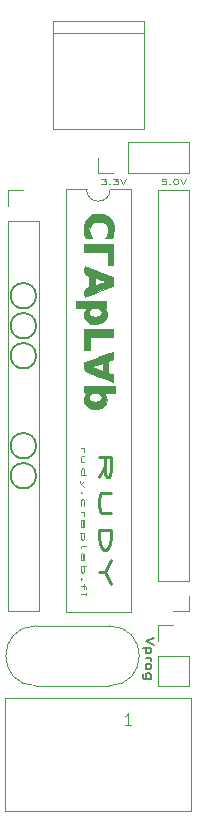
<source format=gbr>
G04 #@! TF.FileFunction,Legend,Top*
%FSLAX46Y46*%
G04 Gerber Fmt 4.6, Leading zero omitted, Abs format (unit mm)*
G04 Created by KiCad (PCBNEW 4.0.2+e4-6225~38~ubuntu15.10.1-stable) date Sun 23 Jul 2017 03:00:31 AM EEST*
%MOMM*%
G01*
G04 APERTURE LIST*
%ADD10C,0.100000*%
%ADD11C,0.200000*%
%ADD12C,0.175000*%
%ADD13C,0.125000*%
%ADD14C,0.250000*%
%ADD15C,0.120000*%
%ADD16C,0.010000*%
G04 APERTURE END LIST*
D10*
D11*
X70927631Y-93980000D02*
G75*
G03X70927631Y-93980000I-1077631J0D01*
G01*
X70927631Y-91440000D02*
G75*
G03X70927631Y-91440000I-1077631J0D01*
G01*
X70927631Y-83820000D02*
G75*
G03X70927631Y-83820000I-1077631J0D01*
G01*
X70927631Y-81280000D02*
G75*
G03X70927631Y-81280000I-1077631J0D01*
G01*
X70927631Y-78740000D02*
G75*
G03X70927631Y-78740000I-1077631J0D01*
G01*
D12*
X80901333Y-107673999D02*
X80201333Y-107973999D01*
X80901333Y-108273999D01*
X80668000Y-108574000D02*
X79968000Y-108574000D01*
X80634667Y-108574000D02*
X80668000Y-108659714D01*
X80668000Y-108831143D01*
X80634667Y-108916857D01*
X80601333Y-108959714D01*
X80534667Y-109002571D01*
X80334667Y-109002571D01*
X80268000Y-108959714D01*
X80234667Y-108916857D01*
X80201333Y-108831143D01*
X80201333Y-108659714D01*
X80234667Y-108574000D01*
X80201333Y-109388286D02*
X80668000Y-109388286D01*
X80534667Y-109388286D02*
X80601333Y-109431143D01*
X80634667Y-109474000D01*
X80668000Y-109559714D01*
X80668000Y-109645429D01*
X80201333Y-110074000D02*
X80234667Y-109988286D01*
X80268000Y-109945429D01*
X80334667Y-109902572D01*
X80534667Y-109902572D01*
X80601333Y-109945429D01*
X80634667Y-109988286D01*
X80668000Y-110074000D01*
X80668000Y-110202572D01*
X80634667Y-110288286D01*
X80601333Y-110331143D01*
X80534667Y-110374000D01*
X80334667Y-110374000D01*
X80268000Y-110331143D01*
X80234667Y-110288286D01*
X80201333Y-110202572D01*
X80201333Y-110074000D01*
X80668000Y-111145429D02*
X80101333Y-111145429D01*
X80034667Y-111102572D01*
X80001333Y-111059715D01*
X79968000Y-110974000D01*
X79968000Y-110845429D01*
X80001333Y-110759715D01*
X80234667Y-111145429D02*
X80201333Y-111059715D01*
X80201333Y-110888286D01*
X80234667Y-110802572D01*
X80268000Y-110759715D01*
X80334667Y-110716858D01*
X80534667Y-110716858D01*
X80601333Y-110759715D01*
X80634667Y-110802572D01*
X80668000Y-110888286D01*
X80668000Y-111059715D01*
X80634667Y-111145429D01*
D13*
X81916667Y-68814190D02*
X81583334Y-68814190D01*
X81550000Y-69052286D01*
X81583334Y-69028476D01*
X81650000Y-69004667D01*
X81816667Y-69004667D01*
X81883334Y-69028476D01*
X81916667Y-69052286D01*
X81950000Y-69099905D01*
X81950000Y-69218952D01*
X81916667Y-69266571D01*
X81883334Y-69290381D01*
X81816667Y-69314190D01*
X81650000Y-69314190D01*
X81583334Y-69290381D01*
X81550000Y-69266571D01*
X82250001Y-69266571D02*
X82283334Y-69290381D01*
X82250001Y-69314190D01*
X82216667Y-69290381D01*
X82250001Y-69266571D01*
X82250001Y-69314190D01*
X82716667Y-68814190D02*
X82783334Y-68814190D01*
X82850000Y-68838000D01*
X82883334Y-68861810D01*
X82916667Y-68909429D01*
X82950000Y-69004667D01*
X82950000Y-69123714D01*
X82916667Y-69218952D01*
X82883334Y-69266571D01*
X82850000Y-69290381D01*
X82783334Y-69314190D01*
X82716667Y-69314190D01*
X82650000Y-69290381D01*
X82616667Y-69266571D01*
X82583334Y-69218952D01*
X82550000Y-69123714D01*
X82550000Y-69004667D01*
X82583334Y-68909429D01*
X82616667Y-68861810D01*
X82650000Y-68838000D01*
X82716667Y-68814190D01*
X83150001Y-68814190D02*
X83383334Y-69314190D01*
X83616667Y-68814190D01*
X76436667Y-68814190D02*
X76870000Y-68814190D01*
X76636667Y-69004667D01*
X76736667Y-69004667D01*
X76803334Y-69028476D01*
X76836667Y-69052286D01*
X76870000Y-69099905D01*
X76870000Y-69218952D01*
X76836667Y-69266571D01*
X76803334Y-69290381D01*
X76736667Y-69314190D01*
X76536667Y-69314190D01*
X76470000Y-69290381D01*
X76436667Y-69266571D01*
X77170001Y-69266571D02*
X77203334Y-69290381D01*
X77170001Y-69314190D01*
X77136667Y-69290381D01*
X77170001Y-69266571D01*
X77170001Y-69314190D01*
X77436667Y-68814190D02*
X77870000Y-68814190D01*
X77636667Y-69004667D01*
X77736667Y-69004667D01*
X77803334Y-69028476D01*
X77836667Y-69052286D01*
X77870000Y-69099905D01*
X77870000Y-69218952D01*
X77836667Y-69266571D01*
X77803334Y-69290381D01*
X77736667Y-69314190D01*
X77536667Y-69314190D01*
X77470000Y-69290381D01*
X77436667Y-69266571D01*
X78070001Y-68814190D02*
X78303334Y-69314190D01*
X78536667Y-68814190D01*
D10*
X74749048Y-91590001D02*
X75015714Y-91590001D01*
X74939524Y-91590001D02*
X74977619Y-91647144D01*
X74996667Y-91704287D01*
X75015714Y-91818573D01*
X75015714Y-91932858D01*
X75015714Y-92847144D02*
X74749048Y-92847144D01*
X75015714Y-92332858D02*
X74806190Y-92332858D01*
X74768095Y-92390001D01*
X74749048Y-92504287D01*
X74749048Y-92675715D01*
X74768095Y-92790001D01*
X74787143Y-92847144D01*
X74749048Y-93932858D02*
X75149048Y-93932858D01*
X74768095Y-93932858D02*
X74749048Y-93818572D01*
X74749048Y-93590001D01*
X74768095Y-93475715D01*
X74787143Y-93418572D01*
X74825238Y-93361429D01*
X74939524Y-93361429D01*
X74977619Y-93418572D01*
X74996667Y-93475715D01*
X75015714Y-93590001D01*
X75015714Y-93818572D01*
X74996667Y-93932858D01*
X75015714Y-94390001D02*
X74749048Y-94675715D01*
X75015714Y-94961429D02*
X74749048Y-94675715D01*
X74653810Y-94561429D01*
X74634762Y-94504286D01*
X74615714Y-94390001D01*
X74787143Y-95418572D02*
X74768095Y-95475715D01*
X74749048Y-95418572D01*
X74768095Y-95361429D01*
X74787143Y-95418572D01*
X74749048Y-95418572D01*
X74768095Y-96504287D02*
X74749048Y-96390001D01*
X74749048Y-96161430D01*
X74768095Y-96047144D01*
X74787143Y-95990001D01*
X74825238Y-95932858D01*
X74939524Y-95932858D01*
X74977619Y-95990001D01*
X74996667Y-96047144D01*
X75015714Y-96161430D01*
X75015714Y-96390001D01*
X74996667Y-96504287D01*
X74749048Y-97018572D02*
X75015714Y-97018572D01*
X74939524Y-97018572D02*
X74977619Y-97075715D01*
X74996667Y-97132858D01*
X75015714Y-97247144D01*
X75015714Y-97361429D01*
X74749048Y-98275715D02*
X74958571Y-98275715D01*
X74996667Y-98218572D01*
X75015714Y-98104286D01*
X75015714Y-97875715D01*
X74996667Y-97761429D01*
X74768095Y-98275715D02*
X74749048Y-98161429D01*
X74749048Y-97875715D01*
X74768095Y-97761429D01*
X74806190Y-97704286D01*
X74844286Y-97704286D01*
X74882381Y-97761429D01*
X74901429Y-97875715D01*
X74901429Y-98161429D01*
X74920476Y-98275715D01*
X75015714Y-98847143D02*
X74615714Y-98847143D01*
X74996667Y-98847143D02*
X75015714Y-98961429D01*
X75015714Y-99190000D01*
X74996667Y-99304286D01*
X74977619Y-99361429D01*
X74939524Y-99418572D01*
X74825238Y-99418572D01*
X74787143Y-99361429D01*
X74768095Y-99304286D01*
X74749048Y-99190000D01*
X74749048Y-98961429D01*
X74768095Y-98847143D01*
X74749048Y-100104286D02*
X74768095Y-99990000D01*
X74806190Y-99932857D01*
X75149048Y-99932857D01*
X74749048Y-101075714D02*
X74958571Y-101075714D01*
X74996667Y-101018571D01*
X75015714Y-100904285D01*
X75015714Y-100675714D01*
X74996667Y-100561428D01*
X74768095Y-101075714D02*
X74749048Y-100961428D01*
X74749048Y-100675714D01*
X74768095Y-100561428D01*
X74806190Y-100504285D01*
X74844286Y-100504285D01*
X74882381Y-100561428D01*
X74901429Y-100675714D01*
X74901429Y-100961428D01*
X74920476Y-101075714D01*
X74749048Y-101647142D02*
X75149048Y-101647142D01*
X74996667Y-101647142D02*
X75015714Y-101761428D01*
X75015714Y-101989999D01*
X74996667Y-102104285D01*
X74977619Y-102161428D01*
X74939524Y-102218571D01*
X74825238Y-102218571D01*
X74787143Y-102161428D01*
X74768095Y-102104285D01*
X74749048Y-101989999D01*
X74749048Y-101761428D01*
X74768095Y-101647142D01*
X74787143Y-102732856D02*
X74768095Y-102789999D01*
X74749048Y-102732856D01*
X74768095Y-102675713D01*
X74787143Y-102732856D01*
X74749048Y-102732856D01*
X75015714Y-103132857D02*
X75015714Y-103590000D01*
X74749048Y-103304285D02*
X75091905Y-103304285D01*
X75130000Y-103361428D01*
X75149048Y-103475714D01*
X75149048Y-103590000D01*
X74749048Y-103989999D02*
X75015714Y-103989999D01*
X75149048Y-103989999D02*
X75130000Y-103932856D01*
X75110952Y-103989999D01*
X75130000Y-104047142D01*
X75149048Y-103989999D01*
X75110952Y-103989999D01*
D14*
X76255619Y-94122571D02*
X76731810Y-93122571D01*
X76255619Y-92408286D02*
X77255619Y-92408286D01*
X77255619Y-93551143D01*
X77208000Y-93836857D01*
X77160381Y-93979714D01*
X77065143Y-94122571D01*
X76922286Y-94122571D01*
X76827048Y-93979714D01*
X76779429Y-93836857D01*
X76731810Y-93551143D01*
X76731810Y-92408286D01*
X77255619Y-95408286D02*
X76446095Y-95408286D01*
X76350857Y-95551143D01*
X76303238Y-95694000D01*
X76255619Y-95979714D01*
X76255619Y-96551143D01*
X76303238Y-96836857D01*
X76350857Y-96979714D01*
X76446095Y-97122571D01*
X77255619Y-97122571D01*
X76255619Y-98551143D02*
X77255619Y-98551143D01*
X77255619Y-99265428D01*
X77208000Y-99694000D01*
X77112762Y-99979714D01*
X77017524Y-100122571D01*
X76827048Y-100265428D01*
X76684190Y-100265428D01*
X76493714Y-100122571D01*
X76398476Y-99979714D01*
X76303238Y-99694000D01*
X76255619Y-99265428D01*
X76255619Y-98551143D01*
X76731810Y-102122571D02*
X76255619Y-102122571D01*
X77255619Y-101122571D02*
X76731810Y-102122571D01*
X77255619Y-103122571D01*
D15*
X84070000Y-122402000D02*
X68330000Y-122402000D01*
X68330000Y-122402000D02*
X68330000Y-112802000D01*
X68330000Y-112802000D02*
X84070000Y-112802000D01*
X84070000Y-112802000D02*
X84070000Y-122402000D01*
X75200000Y-69730000D02*
X73430000Y-69730000D01*
X73430000Y-69730000D02*
X73430000Y-105530000D01*
X73430000Y-105530000D02*
X78970000Y-105530000D01*
X78970000Y-105530000D02*
X78970000Y-69730000D01*
X78970000Y-69730000D02*
X77200000Y-69730000D01*
X77200000Y-69730000D02*
G75*
G02X75200000Y-69730000I-1000000J0D01*
G01*
X77139000Y-111745000D02*
X70889000Y-111745000D01*
X77139000Y-106695000D02*
X70889000Y-106695000D01*
X77139000Y-106695000D02*
G75*
G02X77139000Y-111745000I0J-2525000D01*
G01*
X70889000Y-106695000D02*
G75*
G03X70889000Y-111745000I0J-2525000D01*
G01*
X83880000Y-68386000D02*
X83880000Y-65726000D01*
X78740000Y-68386000D02*
X83880000Y-68386000D01*
X78740000Y-65726000D02*
X83880000Y-65726000D01*
X78740000Y-68386000D02*
X78740000Y-65726000D01*
X77470000Y-68386000D02*
X76140000Y-68386000D01*
X76140000Y-68386000D02*
X76140000Y-67056000D01*
X81220000Y-111820000D02*
X83880000Y-111820000D01*
X81220000Y-109220000D02*
X81220000Y-111820000D01*
X83880000Y-109220000D02*
X83880000Y-111820000D01*
X81220000Y-109220000D02*
X83880000Y-109220000D01*
X81220000Y-107950000D02*
X81220000Y-106620000D01*
X81220000Y-106620000D02*
X82550000Y-106620000D01*
X68520000Y-72390000D02*
X68520000Y-105470000D01*
X68520000Y-105470000D02*
X71180000Y-105470000D01*
X71180000Y-105470000D02*
X71180000Y-72390000D01*
X71180000Y-72390000D02*
X68520000Y-72390000D01*
X68520000Y-71120000D02*
X68520000Y-69790000D01*
X68520000Y-69790000D02*
X69850000Y-69790000D01*
X83880000Y-102870000D02*
X83880000Y-69790000D01*
X83880000Y-69790000D02*
X81220000Y-69790000D01*
X81220000Y-69790000D02*
X81220000Y-102870000D01*
X81220000Y-102870000D02*
X83880000Y-102870000D01*
X83880000Y-104140000D02*
X83880000Y-105470000D01*
X83880000Y-105470000D02*
X82550000Y-105470000D01*
X80050000Y-56456000D02*
X72350000Y-56456000D01*
X80050000Y-55456000D02*
X72350000Y-55456000D01*
X72350000Y-55456000D02*
X72350000Y-64656000D01*
X72350000Y-64656000D02*
X80050000Y-64656000D01*
X80050000Y-64656000D02*
X80050000Y-55456000D01*
D16*
G36*
X76874514Y-80631661D02*
X76760454Y-80820025D01*
X76585665Y-80969404D01*
X76366300Y-81076270D01*
X76118514Y-81137095D01*
X75858461Y-81148351D01*
X75602296Y-81106510D01*
X75366172Y-81008044D01*
X75310703Y-80973173D01*
X75123624Y-80800418D01*
X75009703Y-80593869D01*
X74971163Y-80365952D01*
X75010225Y-80129093D01*
X75120344Y-79908424D01*
X75223782Y-79756000D01*
X74295000Y-79756000D01*
X74295000Y-79163333D01*
X75891841Y-79163333D01*
X75891841Y-79764542D01*
X75693946Y-79800174D01*
X75538408Y-79877383D01*
X75435194Y-79988347D01*
X75394271Y-80125241D01*
X75425605Y-80280240D01*
X75441408Y-80312700D01*
X75510609Y-80386590D01*
X75618358Y-80452757D01*
X75630548Y-80458084D01*
X75814809Y-80506323D01*
X76012276Y-80511859D01*
X76199563Y-80478837D01*
X76353283Y-80411404D01*
X76450051Y-80313705D01*
X76450593Y-80312700D01*
X76495359Y-80153589D01*
X76464105Y-80005633D01*
X76365431Y-79882821D01*
X76207936Y-79799145D01*
X76122126Y-79778314D01*
X75891841Y-79764542D01*
X75891841Y-79163333D01*
X76877333Y-79163333D01*
X76877333Y-79459667D01*
X76875952Y-79614423D01*
X76867135Y-79702985D01*
X76843879Y-79743823D01*
X76799177Y-79755406D01*
X76764939Y-79756000D01*
X76688299Y-79761111D01*
X76685345Y-79788935D01*
X76720991Y-79831632D01*
X76837131Y-80015809D01*
X76902615Y-80238799D01*
X76911270Y-80468424D01*
X76874514Y-80631661D01*
X76874514Y-80631661D01*
G37*
X76874514Y-80631661D02*
X76760454Y-80820025D01*
X76585665Y-80969404D01*
X76366300Y-81076270D01*
X76118514Y-81137095D01*
X75858461Y-81148351D01*
X75602296Y-81106510D01*
X75366172Y-81008044D01*
X75310703Y-80973173D01*
X75123624Y-80800418D01*
X75009703Y-80593869D01*
X74971163Y-80365952D01*
X75010225Y-80129093D01*
X75120344Y-79908424D01*
X75223782Y-79756000D01*
X74295000Y-79756000D01*
X74295000Y-79163333D01*
X75891841Y-79163333D01*
X75891841Y-79764542D01*
X75693946Y-79800174D01*
X75538408Y-79877383D01*
X75435194Y-79988347D01*
X75394271Y-80125241D01*
X75425605Y-80280240D01*
X75441408Y-80312700D01*
X75510609Y-80386590D01*
X75618358Y-80452757D01*
X75630548Y-80458084D01*
X75814809Y-80506323D01*
X76012276Y-80511859D01*
X76199563Y-80478837D01*
X76353283Y-80411404D01*
X76450051Y-80313705D01*
X76450593Y-80312700D01*
X76495359Y-80153589D01*
X76464105Y-80005633D01*
X76365431Y-79882821D01*
X76207936Y-79799145D01*
X76122126Y-79778314D01*
X75891841Y-79764542D01*
X75891841Y-79163333D01*
X76877333Y-79163333D01*
X76877333Y-79459667D01*
X76875952Y-79614423D01*
X76867135Y-79702985D01*
X76843879Y-79743823D01*
X76799177Y-79755406D01*
X76764939Y-79756000D01*
X76688299Y-79761111D01*
X76685345Y-79788935D01*
X76720991Y-79831632D01*
X76837131Y-80015809D01*
X76902615Y-80238799D01*
X76911270Y-80468424D01*
X76874514Y-80631661D01*
G36*
X77502089Y-73190736D02*
X77481664Y-73377493D01*
X77447694Y-73557751D01*
X77407791Y-73691750D01*
X77333807Y-73871667D01*
X76798627Y-73871667D01*
X76903038Y-73684855D01*
X77005129Y-73435370D01*
X77039789Y-73185504D01*
X77009224Y-72950238D01*
X76915642Y-72744554D01*
X76761248Y-72583431D01*
X76738463Y-72567620D01*
X76635041Y-72506939D01*
X76534453Y-72472303D01*
X76406658Y-72456802D01*
X76242333Y-72453500D01*
X76063974Y-72457635D01*
X75940029Y-72474646D01*
X75840458Y-72511444D01*
X75746204Y-72567620D01*
X75584575Y-72722310D01*
X75483490Y-72923383D01*
X75445154Y-73155855D01*
X75471775Y-73404747D01*
X75565560Y-73655078D01*
X75581629Y-73684855D01*
X75686040Y-73871667D01*
X75150860Y-73871667D01*
X75076327Y-73691750D01*
X75018219Y-73484345D01*
X74987609Y-73230146D01*
X74985280Y-72962701D01*
X75012017Y-72715558D01*
X75050064Y-72568010D01*
X75189835Y-72283220D01*
X75388114Y-72057135D01*
X75610654Y-71903167D01*
X75727650Y-71842584D01*
X75829506Y-71805004D01*
X75943082Y-71785024D01*
X76095236Y-71777245D01*
X76242333Y-71776167D01*
X76438673Y-71778563D01*
X76577380Y-71789360D01*
X76685436Y-71813966D01*
X76789823Y-71857790D01*
X76875828Y-71903167D01*
X77131242Y-72088562D01*
X77322039Y-72327089D01*
X77446487Y-72615189D01*
X77502856Y-72949303D01*
X77502089Y-73190736D01*
X77502089Y-73190736D01*
G37*
X77502089Y-73190736D02*
X77481664Y-73377493D01*
X77447694Y-73557751D01*
X77407791Y-73691750D01*
X77333807Y-73871667D01*
X76798627Y-73871667D01*
X76903038Y-73684855D01*
X77005129Y-73435370D01*
X77039789Y-73185504D01*
X77009224Y-72950238D01*
X76915642Y-72744554D01*
X76761248Y-72583431D01*
X76738463Y-72567620D01*
X76635041Y-72506939D01*
X76534453Y-72472303D01*
X76406658Y-72456802D01*
X76242333Y-72453500D01*
X76063974Y-72457635D01*
X75940029Y-72474646D01*
X75840458Y-72511444D01*
X75746204Y-72567620D01*
X75584575Y-72722310D01*
X75483490Y-72923383D01*
X75445154Y-73155855D01*
X75471775Y-73404747D01*
X75565560Y-73655078D01*
X75581629Y-73684855D01*
X75686040Y-73871667D01*
X75150860Y-73871667D01*
X75076327Y-73691750D01*
X75018219Y-73484345D01*
X74987609Y-73230146D01*
X74985280Y-72962701D01*
X75012017Y-72715558D01*
X75050064Y-72568010D01*
X75189835Y-72283220D01*
X75388114Y-72057135D01*
X75610654Y-71903167D01*
X75727650Y-71842584D01*
X75829506Y-71805004D01*
X75943082Y-71785024D01*
X76095236Y-71777245D01*
X76242333Y-71776167D01*
X76438673Y-71778563D01*
X76577380Y-71789360D01*
X76685436Y-71813966D01*
X76789823Y-71857790D01*
X76875828Y-71903167D01*
X77131242Y-72088562D01*
X77322039Y-72327089D01*
X77446487Y-72615189D01*
X77502856Y-72949303D01*
X77502089Y-73190736D01*
G36*
X76668218Y-86952667D02*
X76771656Y-87105091D01*
X76886630Y-87336015D01*
X76923729Y-87562761D01*
X76889621Y-87776513D01*
X76790971Y-87968453D01*
X76634446Y-88129764D01*
X76426711Y-88251630D01*
X76174432Y-88325232D01*
X75884275Y-88341754D01*
X75838922Y-88338846D01*
X75555764Y-88284537D01*
X75320835Y-88176016D01*
X75140706Y-88022226D01*
X75021946Y-87832112D01*
X74971123Y-87614617D01*
X74994808Y-87378686D01*
X75039367Y-87250259D01*
X75100828Y-87130430D01*
X75165510Y-87034629D01*
X75171271Y-87028009D01*
X75212903Y-86973543D01*
X75188471Y-86954673D01*
X75127061Y-86952667D01*
X75068364Y-86949023D01*
X75034774Y-86925778D01*
X75019285Y-86864462D01*
X75014892Y-86746604D01*
X75014667Y-86656333D01*
X75014667Y-86360000D01*
X75891841Y-86360000D01*
X75891841Y-86961209D01*
X75693946Y-86996840D01*
X75538408Y-87074050D01*
X75435194Y-87185014D01*
X75394271Y-87321907D01*
X75425605Y-87476906D01*
X75441408Y-87509367D01*
X75510609Y-87583256D01*
X75618358Y-87649424D01*
X75630548Y-87654750D01*
X75814809Y-87702990D01*
X76012276Y-87708526D01*
X76199563Y-87675504D01*
X76353283Y-87608070D01*
X76450051Y-87510371D01*
X76450593Y-87509367D01*
X76495359Y-87350256D01*
X76464105Y-87202300D01*
X76365431Y-87079488D01*
X76207936Y-86995811D01*
X76122126Y-86974981D01*
X75891841Y-86961209D01*
X75891841Y-86360000D01*
X77597000Y-86360000D01*
X77597000Y-86952667D01*
X76668218Y-86952667D01*
X76668218Y-86952667D01*
G37*
X76668218Y-86952667D02*
X76771656Y-87105091D01*
X76886630Y-87336015D01*
X76923729Y-87562761D01*
X76889621Y-87776513D01*
X76790971Y-87968453D01*
X76634446Y-88129764D01*
X76426711Y-88251630D01*
X76174432Y-88325232D01*
X75884275Y-88341754D01*
X75838922Y-88338846D01*
X75555764Y-88284537D01*
X75320835Y-88176016D01*
X75140706Y-88022226D01*
X75021946Y-87832112D01*
X74971123Y-87614617D01*
X74994808Y-87378686D01*
X75039367Y-87250259D01*
X75100828Y-87130430D01*
X75165510Y-87034629D01*
X75171271Y-87028009D01*
X75212903Y-86973543D01*
X75188471Y-86954673D01*
X75127061Y-86952667D01*
X75068364Y-86949023D01*
X75034774Y-86925778D01*
X75019285Y-86864462D01*
X75014892Y-86746604D01*
X75014667Y-86656333D01*
X75014667Y-86360000D01*
X75891841Y-86360000D01*
X75891841Y-86961209D01*
X75693946Y-86996840D01*
X75538408Y-87074050D01*
X75435194Y-87185014D01*
X75394271Y-87321907D01*
X75425605Y-87476906D01*
X75441408Y-87509367D01*
X75510609Y-87583256D01*
X75618358Y-87649424D01*
X75630548Y-87654750D01*
X75814809Y-87702990D01*
X76012276Y-87708526D01*
X76199563Y-87675504D01*
X76353283Y-87608070D01*
X76450051Y-87510371D01*
X76450593Y-87509367D01*
X76495359Y-87350256D01*
X76464105Y-87202300D01*
X76365431Y-87079488D01*
X76207936Y-86995811D01*
X76122126Y-86974981D01*
X75891841Y-86961209D01*
X75891841Y-86360000D01*
X77597000Y-86360000D01*
X77597000Y-86952667D01*
X76668218Y-86952667D01*
G36*
X77004333Y-76115333D02*
X77004333Y-75014667D01*
X75014667Y-75014667D01*
X75014667Y-74379667D01*
X77470000Y-74379667D01*
X77470000Y-76115333D01*
X77004333Y-76115333D01*
X77004333Y-76115333D01*
G37*
X77004333Y-76115333D02*
X77004333Y-75014667D01*
X75014667Y-75014667D01*
X75014667Y-74379667D01*
X77470000Y-74379667D01*
X77470000Y-76115333D01*
X77004333Y-76115333D01*
G36*
X76279063Y-78360536D02*
X75978517Y-78472335D01*
X75703264Y-78574749D01*
X75463422Y-78664010D01*
X75269113Y-78736352D01*
X75130455Y-78788008D01*
X75057568Y-78815211D01*
X75049541Y-78818229D01*
X75032394Y-78786716D01*
X75022825Y-78688168D01*
X75022294Y-78539998D01*
X75023395Y-78506085D01*
X75035833Y-78179210D01*
X75226333Y-78104864D01*
X75416833Y-78030517D01*
X75416833Y-77036482D01*
X75226333Y-76962136D01*
X75035833Y-76887789D01*
X75023395Y-76560915D01*
X75021952Y-76404941D01*
X75029837Y-76295121D01*
X75045591Y-76248867D01*
X75049541Y-76248770D01*
X75097571Y-76266730D01*
X75214838Y-76310433D01*
X75391224Y-76376113D01*
X75616607Y-76460003D01*
X75880869Y-76558336D01*
X75925514Y-76574944D01*
X75925514Y-77216000D01*
X75915070Y-77254880D01*
X75907345Y-77357725D01*
X75903762Y-77503843D01*
X75903667Y-77533500D01*
X75906474Y-77685273D01*
X75913900Y-77797542D01*
X75924450Y-77849616D01*
X75926592Y-77851000D01*
X75974798Y-77837868D01*
X76081652Y-77803171D01*
X76226970Y-77753961D01*
X76390569Y-77697288D01*
X76552265Y-77640202D01*
X76691873Y-77589754D01*
X76789211Y-77552996D01*
X76823889Y-77537556D01*
X76791753Y-77520362D01*
X76698533Y-77482909D01*
X76563353Y-77432044D01*
X76405341Y-77374610D01*
X76243622Y-77317455D01*
X76097321Y-77267424D01*
X75985565Y-77231363D01*
X75927480Y-77216117D01*
X75925514Y-77216000D01*
X75925514Y-76574944D01*
X76173891Y-76667344D01*
X76279063Y-76706464D01*
X77470000Y-77149428D01*
X77470000Y-77917571D01*
X76279063Y-78360536D01*
X76279063Y-78360536D01*
G37*
X76279063Y-78360536D02*
X75978517Y-78472335D01*
X75703264Y-78574749D01*
X75463422Y-78664010D01*
X75269113Y-78736352D01*
X75130455Y-78788008D01*
X75057568Y-78815211D01*
X75049541Y-78818229D01*
X75032394Y-78786716D01*
X75022825Y-78688168D01*
X75022294Y-78539998D01*
X75023395Y-78506085D01*
X75035833Y-78179210D01*
X75226333Y-78104864D01*
X75416833Y-78030517D01*
X75416833Y-77036482D01*
X75226333Y-76962136D01*
X75035833Y-76887789D01*
X75023395Y-76560915D01*
X75021952Y-76404941D01*
X75029837Y-76295121D01*
X75045591Y-76248867D01*
X75049541Y-76248770D01*
X75097571Y-76266730D01*
X75214838Y-76310433D01*
X75391224Y-76376113D01*
X75616607Y-76460003D01*
X75880869Y-76558336D01*
X75925514Y-76574944D01*
X75925514Y-77216000D01*
X75915070Y-77254880D01*
X75907345Y-77357725D01*
X75903762Y-77503843D01*
X75903667Y-77533500D01*
X75906474Y-77685273D01*
X75913900Y-77797542D01*
X75924450Y-77849616D01*
X75926592Y-77851000D01*
X75974798Y-77837868D01*
X76081652Y-77803171D01*
X76226970Y-77753961D01*
X76390569Y-77697288D01*
X76552265Y-77640202D01*
X76691873Y-77589754D01*
X76789211Y-77552996D01*
X76823889Y-77537556D01*
X76791753Y-77520362D01*
X76698533Y-77482909D01*
X76563353Y-77432044D01*
X76405341Y-77374610D01*
X76243622Y-77317455D01*
X76097321Y-77267424D01*
X75985565Y-77231363D01*
X75927480Y-77216117D01*
X75925514Y-77216000D01*
X75925514Y-76574944D01*
X76173891Y-76667344D01*
X76279063Y-76706464D01*
X77470000Y-77149428D01*
X77470000Y-77917571D01*
X76279063Y-78360536D01*
G36*
X75480333Y-82211333D02*
X75480333Y-83312000D01*
X75014667Y-83312000D01*
X75014667Y-81576333D01*
X77470000Y-81576333D01*
X77470000Y-82211333D01*
X75480333Y-82211333D01*
X75480333Y-82211333D01*
G37*
X75480333Y-82211333D02*
X75480333Y-83312000D01*
X75014667Y-83312000D01*
X75014667Y-81576333D01*
X77470000Y-81576333D01*
X77470000Y-82211333D01*
X75480333Y-82211333D01*
G36*
X77258333Y-84179833D02*
X77046667Y-84250138D01*
X77046667Y-85252529D01*
X77258334Y-85322833D01*
X77470000Y-85393138D01*
X77470000Y-85707235D01*
X77466073Y-85858039D01*
X77455694Y-85969178D01*
X77440964Y-86019882D01*
X77438250Y-86020999D01*
X77391987Y-86006734D01*
X77276453Y-85966537D01*
X77101713Y-85904042D01*
X76877834Y-85822884D01*
X76614879Y-85726699D01*
X76322916Y-85619122D01*
X76221167Y-85581463D01*
X75035833Y-85142261D01*
X75023656Y-84755856D01*
X75011478Y-84369450D01*
X75129489Y-84324409D01*
X75315130Y-84254176D01*
X75540730Y-84169804D01*
X75794557Y-84075582D01*
X76064881Y-83975797D01*
X76339969Y-83874739D01*
X76581000Y-83786601D01*
X76581000Y-84420131D01*
X76115333Y-84573974D01*
X75932334Y-84636335D01*
X75783148Y-84690796D01*
X75683666Y-84731304D01*
X75649667Y-84751333D01*
X75687348Y-84773023D01*
X75789798Y-84814403D01*
X75941127Y-84869422D01*
X76115333Y-84928692D01*
X76581000Y-85082536D01*
X76581000Y-84420131D01*
X76581000Y-83786601D01*
X76608091Y-83776694D01*
X76857514Y-83685951D01*
X77076508Y-83606799D01*
X77253341Y-83543525D01*
X77376281Y-83500417D01*
X77433597Y-83481764D01*
X77435983Y-83481333D01*
X77452321Y-83520188D01*
X77464370Y-83622887D01*
X77469877Y-83768632D01*
X77470000Y-83795431D01*
X77470000Y-84109529D01*
X77258333Y-84179833D01*
X77258333Y-84179833D01*
G37*
X77258333Y-84179833D02*
X77046667Y-84250138D01*
X77046667Y-85252529D01*
X77258334Y-85322833D01*
X77470000Y-85393138D01*
X77470000Y-85707235D01*
X77466073Y-85858039D01*
X77455694Y-85969178D01*
X77440964Y-86019882D01*
X77438250Y-86020999D01*
X77391987Y-86006734D01*
X77276453Y-85966537D01*
X77101713Y-85904042D01*
X76877834Y-85822884D01*
X76614879Y-85726699D01*
X76322916Y-85619122D01*
X76221167Y-85581463D01*
X75035833Y-85142261D01*
X75023656Y-84755856D01*
X75011478Y-84369450D01*
X75129489Y-84324409D01*
X75315130Y-84254176D01*
X75540730Y-84169804D01*
X75794557Y-84075582D01*
X76064881Y-83975797D01*
X76339969Y-83874739D01*
X76581000Y-83786601D01*
X76581000Y-84420131D01*
X76115333Y-84573974D01*
X75932334Y-84636335D01*
X75783148Y-84690796D01*
X75683666Y-84731304D01*
X75649667Y-84751333D01*
X75687348Y-84773023D01*
X75789798Y-84814403D01*
X75941127Y-84869422D01*
X76115333Y-84928692D01*
X76581000Y-85082536D01*
X76581000Y-84420131D01*
X76581000Y-83786601D01*
X76608091Y-83776694D01*
X76857514Y-83685951D01*
X77076508Y-83606799D01*
X77253341Y-83543525D01*
X77376281Y-83500417D01*
X77433597Y-83481764D01*
X77435983Y-83481333D01*
X77452321Y-83520188D01*
X77464370Y-83622887D01*
X77469877Y-83768632D01*
X77470000Y-83795431D01*
X77470000Y-84109529D01*
X77258333Y-84179833D01*
D15*
X79005715Y-115064381D02*
X78434286Y-115064381D01*
X78720000Y-115064381D02*
X78720000Y-114064381D01*
X78624762Y-114207238D01*
X78529524Y-114302476D01*
X78434286Y-114350095D01*
M02*

</source>
